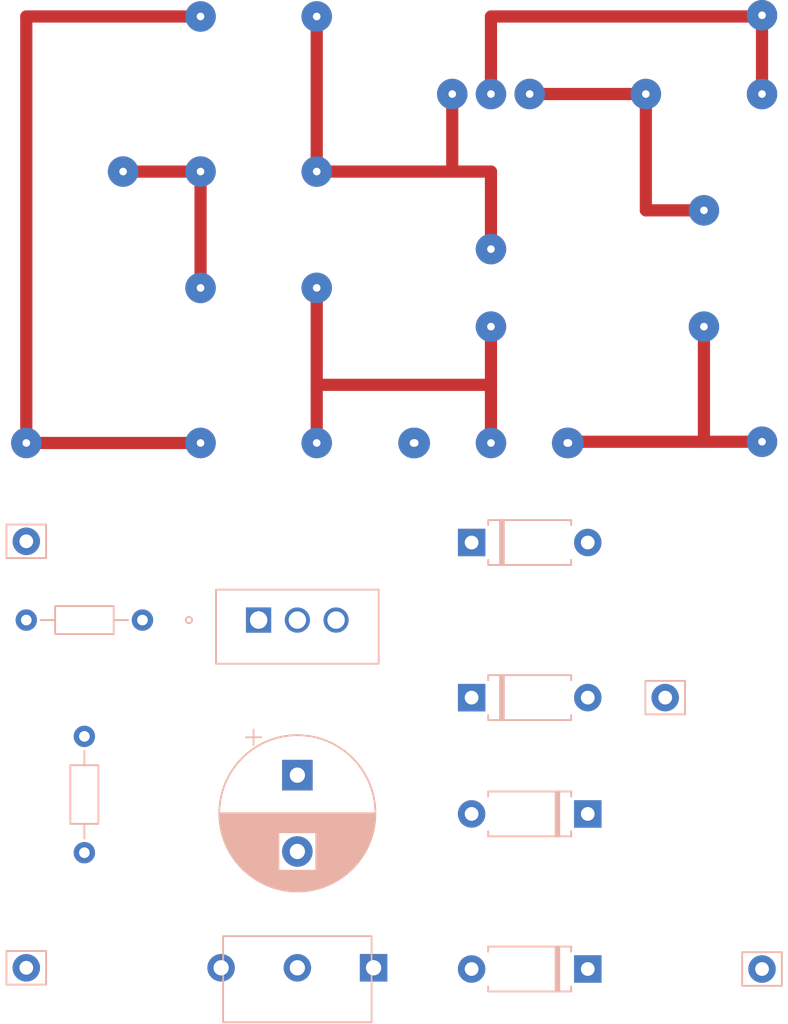
<source format=kicad_pcb>
(kicad_pcb (version 20221018) (generator pcbnew)
  (layers (0 "F.Cu" signal) (31 "B.Cu" signal) (34 "B.Paste" user) (35 "F.Paste" user) (36 "B.SilkS" user "B.Silkscreen") (37 "F.SilkS" user "F.Silkscreen") (38 "B.Mask" user) (39 "F.Mask" user) (44 "Edge.Cuts" user))
  (net 0 "")
  (footprint "" (layer "F.Cu") (at 34.29 17.78)
    (fp_text reference "" (at 0 0) (layer "F.SilkS") (effects (font (size 1.27 1.27))))
    (fp_text value "" (at 0 0) (layer "F.SilkS") (effects (font (size 1.27 1.27))))
    (pad "" thru_hole circle (at 0 0) (size 2 2) (drill 0.5) (layers "*.Cu" "*.Mask"))
  )
  (footprint "" (layer "F.Cu") (at 45.72 22.86)
    (fp_text reference "" (at 0 0) (layer "F.SilkS") (effects (font (size 1.27 1.27))))
    (fp_text value "" (at 0 0) (layer "F.SilkS") (effects (font (size 1.27 1.27))))
    (pad "" thru_hole circle (at 0 0) (size 2 2) (drill 0.5) (layers "*.Cu" "*.Mask"))
  )
  (footprint "" (layer "F.Cu") (at 48.26 22.86)
    (fp_text reference "" (at 0 0) (layer "F.SilkS") (effects (font (size 1.27 1.27))))
    (fp_text value "" (at 0 0) (layer "F.SilkS") (effects (font (size 1.27 1.27))))
    (pad "" thru_hole circle (at 0 0) (size 2 2) (drill 0.5) (layers "*.Cu" "*.Mask"))
  )
  (footprint "" (layer "F.Cu") (at 63.5 45.64)
    (fp_text reference "" (at 0 0) (layer "F.SilkS") (effects (font (size 1.27 1.27))))
    (fp_text value "" (at 0 0) (layer "F.SilkS") (effects (font (size 1.27 1.27))))
    (pad "" thru_hole circle (at 0 0) (size 2 2) (drill 0.5) (layers "*.Cu" "*.Mask"))
  )
  (footprint "" (layer "F.Cu") (at 45.72 45.72)
    (fp_text reference "" (at 0 0) (layer "F.SilkS") (effects (font (size 1.27 1.27))))
    (fp_text value "" (at 0 0) (layer "F.SilkS") (effects (font (size 1.27 1.27))))
    (pad "" thru_hole circle (at 0 0) (size 2 2) (drill 0.5) (layers "*.Cu" "*.Mask"))
  )
  (footprint "" (layer "F.Cu") (at 63.5 22.86)
    (fp_text reference "" (at 0 0) (layer "F.SilkS") (effects (font (size 1.27 1.27))))
    (fp_text value "" (at 0 0) (layer "F.SilkS") (effects (font (size 1.27 1.27))))
    (pad "" thru_hole circle (at 0 0) (size 2 2) (drill 0.5) (layers "*.Cu" "*.Mask"))
  )
  (footprint "" (layer "F.Cu") (at 50.8 45.72)
    (fp_text reference "" (at 0 0) (layer "F.SilkS") (effects (font (size 1.27 1.27))))
    (fp_text value "" (at 0 0) (layer "F.SilkS") (effects (font (size 1.27 1.27))))
    (pad "" thru_hole circle (at -0.08 0) (size 2 2) (drill 0.5) (layers "*.Cu" "*.Mask"))
  )
  (footprint "" (layer "F.Cu") (at 59.69 30.48)
    (fp_text reference "" (at 0 0) (layer "F.SilkS") (effects (font (size 1.27 1.27))))
    (fp_text value "" (at 0 0) (layer "F.SilkS") (effects (font (size 1.27 1.27))))
    (pad "" thru_hole circle (at 0 0) (size 2 2) (drill 0.5) (layers "*.Cu" "*.Mask"))
  )
  (footprint "" (layer "F.Cu") (at 34.29 45.72)
    (fp_text reference "" (at 0 0) (layer "F.SilkS") (effects (font (size 1.27 1.27))))
    (fp_text value "" (at 0 0) (layer "F.SilkS") (effects (font (size 1.27 1.27))))
    (pad "" thru_hole circle (at 0 0) (size 2 2) (drill 0.5) (layers "*.Cu" "*.Mask"))
  )
  (footprint "" (layer "F.Cu") (at 34.29 27.94)
    (fp_text reference "" (at 0 0) (layer "F.SilkS") (effects (font (size 1.27 1.27))))
    (fp_text value "" (at 0 0) (layer "F.SilkS") (effects (font (size 1.27 1.27))))
    (pad "" thru_hole circle (at 0 0) (size 2 2) (drill 0.5) (layers "*.Cu" "*.Mask"))
  )
  (footprint "" (layer "F.Cu") (at 26.67 17.78)
    (fp_text reference "" (at 0 0) (layer "F.SilkS") (effects (font (size 1.27 1.27))))
    (fp_text value "" (at 0 0) (layer "F.SilkS") (effects (font (size 1.27 1.27))))
    (pad "" thru_hole circle (at 0 0) (size 2 2) (drill 0.5) (layers "*.Cu" "*.Mask"))
  )
  (footprint "" (layer "F.Cu") (at 26.67 35.56)
    (fp_text reference "" (at 0 0) (layer "F.SilkS") (effects (font (size 1.27 1.27))))
    (fp_text value "" (at 0 0) (layer "F.SilkS") (effects (font (size 1.27 1.27))))
    (pad "" thru_hole circle (at 0 0) (size 2 2) (drill 0.5) (layers "*.Cu" "*.Mask"))
  )
  (footprint "" (layer "F.Cu") (at 34.29 35.56)
    (fp_text reference "" (at 0 0) (layer "F.SilkS") (effects (font (size 1.27 1.27))))
    (fp_text value "" (at 0 0) (layer "F.SilkS") (effects (font (size 1.27 1.27))))
    (pad "" thru_hole circle (at 0 0) (size 2 2) (drill 0.5) (layers "*.Cu" "*.Mask"))
  )
  (footprint "" (layer "F.Cu") (at 50.8 45.72)
    (fp_text reference "" (at 0 0) (layer "F.SilkS") (effects (font (size 1.27 1.27))))
    (fp_text value "" (at 0 0) (layer "F.SilkS") (effects (font (size 1.27 1.27))))
    (pad "" thru_hole circle (at 0 0) (size 2 2) (drill 0.5) (layers "*.Cu" "*.Mask"))
  )
  (footprint "" (layer "F.Cu") (at 63.5 17.7)
    (fp_text reference "" (at 0 0) (layer "F.SilkS") (effects (font (size 1.27 1.27))))
    (fp_text value "" (at 0 0) (layer "F.SilkS") (effects (font (size 1.27 1.27))))
    (pad "" thru_hole circle (at 0 0) (size 2 2) (drill 0.5) (layers "*.Cu" "*.Mask"))
  )
  (footprint "" (layer "F.Cu") (at 45.72 38.1)
    (fp_text reference "" (at 0 0) (layer "F.SilkS") (effects (font (size 1.27 1.27))))
    (fp_text value "" (at 0 0) (layer "F.SilkS") (effects (font (size 1.27 1.27))))
    (pad "" thru_hole circle (at 0 0) (size 2 2) (drill 0.5) (layers "*.Cu" "*.Mask"))
  )
  (footprint "" (layer "F.Cu") (at 15.24 45.72)
    (fp_text reference "" (at 0 0) (layer "F.SilkS") (effects (font (size 1.27 1.27))))
    (fp_text value "" (at 0 0) (layer "F.SilkS") (effects (font (size 1.27 1.27))))
    (pad "" thru_hole circle (at 0 0) (size 2 2) (drill 0.5) (layers "*.Cu" "*.Mask"))
  )
  (footprint "" (layer "F.Cu") (at 59.69 38.1)
    (fp_text reference "" (at 0 0) (layer "F.SilkS") (effects (font (size 1.27 1.27))))
    (fp_text value "" (at 0 0) (layer "F.SilkS") (effects (font (size 1.27 1.27))))
    (pad "" thru_hole circle (at 0 0) (size 2 2) (drill 0.5) (layers "*.Cu" "*.Mask"))
  )
  (footprint "" (layer "F.Cu") (at 26.67 45.72)
    (fp_text reference "" (at 0 0) (layer "F.SilkS") (effects (font (size 1.27 1.27))))
    (fp_text value "" (at 0 0) (layer "F.SilkS") (effects (font (size 1.27 1.27))))
    (pad "" thru_hole circle (at 0 0) (size 2 2) (drill 0.5) (layers "*.Cu" "*.Mask"))
  )
  (footprint "" (layer "F.Cu") (at 45.72 33.02)
    (fp_text reference "" (at 0 0) (layer "F.SilkS") (effects (font (size 1.27 1.27))))
    (fp_text value "" (at 0 0) (layer "F.SilkS") (effects (font (size 1.27 1.27))))
    (pad "" thru_hole circle (at 0 0) (size 2 2) (drill 0.5) (layers "*.Cu" "*.Mask"))
  )
  (footprint "" (layer "F.Cu") (at 40.64 45.72)
    (fp_text reference "" (at 0 0) (layer "F.SilkS") (effects (font (size 1.27 1.27))))
    (fp_text value "" (at 0 0) (layer "F.SilkS") (effects (font (size 1.27 1.27))))
    (pad "" thru_hole circle (at 0.08 0) (size 2 2) (drill 0.5) (layers "*.Cu" "*.Mask"))
  )
  (footprint "" (layer "F.Cu") (at 43.18 22.86)
    (fp_text reference "" (at 0 0) (layer "F.SilkS") (effects (font (size 1.27 1.27))))
    (fp_text value "" (at 0 0) (layer "F.SilkS") (effects (font (size 1.27 1.27))))
    (pad "" thru_hole circle (at 0 0) (size 2 2) (drill 0.5) (layers "*.Cu" "*.Mask"))
  )
  (footprint "" (layer "F.Cu") (at 21.59 27.94)
    (fp_text reference "" (at 0 0) (layer "F.SilkS") (effects (font (size 1.27 1.27))))
    (fp_text value "" (at 0 0) (layer "F.SilkS") (effects (font (size 1.27 1.27))))
    (pad "" thru_hole circle (at 0 0) (size 2 2) (drill 0.5) (layers "*.Cu" "*.Mask"))
  )
  (footprint "" (layer "F.Cu") (at 26.67 27.94)
    (fp_text reference "" (at 0 0) (layer "F.SilkS") (effects (font (size 1.27 1.27))))
    (fp_text value "" (at 0 0) (layer "F.SilkS") (effects (font (size 1.27 1.27))))
    (pad "" thru_hole circle (at 0 0) (size 2 2) (drill 0.5) (layers "*.Cu" "*.Mask"))
  )
  (footprint "" (layer "F.Cu") (at 40.64 45.72)
    (fp_text reference "" (at 0 0) (layer "F.SilkS") (effects (font (size 1.27 1.27))))
    (fp_text value "" (at 0 0) (layer "F.SilkS") (effects (font (size 1.27 1.27))))
    (pad "" thru_hole circle (at 0 0) (size 2 2) (drill 0.5) (layers "*.Cu" "*.Mask"))
  )
  (footprint "" (layer "F.Cu") (at 55.88 22.86)
    (fp_text reference "" (at 0 0) (layer "F.SilkS") (effects (font (size 1.27 1.27))))
    (fp_text value "" (at 0 0) (layer "F.SilkS") (effects (font (size 1.27 1.27))))
    (pad "" thru_hole circle (at 0 0) (size 2 2) (drill 0.5) (layers "*.Cu" "*.Mask"))
  )
  (footprint "Connector_Pin:Pin_D0.9mm_L10.0mm_W2.4mm_FlatFork" (layer "B.Cu") (at 15.24 80.102323 180)
    (fp_text reference "REF**" hide)
    (fp_text value "Pin_D0.9mm_L10.0mm_W2.4mm_FlatFork" hide)
    (fp_line (start -1.3 -1.1) (end 1.3 -1.1) (stroke (width 0.12)) (layer "B.SilkS"))
    (fp_line (start -1.3 -0.6) (end -1.3 -1.1) (stroke (width 0.12)) (layer "B.SilkS"))
    (fp_line (start -1.3 1.1) (end -1.3 -0.6) (stroke (width 0.12)) (layer "B.SilkS"))
    (fp_line (start 1.3 -1.1) (end 1.3 1.1) (stroke (width 0.12)) (layer "B.SilkS"))
    (fp_line (start 1.3 1.1) (end -1.3 1.1) (stroke (width 0.12)) (layer "B.SilkS"))
    (pad "1" thru_hole circle (at 0 0 180) (size 1.8 1.8) (drill 0.9) (layers "*.Cu" "*.Mask"))
  )
  (footprint "Diode_THT:D_A-405_P7.62mm_Horizontal" (layer "B.Cu") (at 52.07 80.182323 180)
    (fp_text reference "REF**" hide)
    (fp_text value "D_A-405_P7.62mm_Horizontal" hide)
    (fp_line (start 1.09 -1.47) (end 6.53 -1.47) (stroke (width 0.12)) (layer "B.SilkS"))
    (fp_line (start 1.09 -1.14) (end 1.09 -1.47) (stroke (width 0.12)) (layer "B.SilkS"))
    (fp_line (start 1.09 1.14) (end 1.09 1.47) (stroke (width 0.12)) (layer "B.SilkS"))
    (fp_line (start 1.09 1.47) (end 6.53 1.47) (stroke (width 0.12)) (layer "B.SilkS"))
    (fp_line (start 1.87 1.47) (end 1.87 -1.47) (stroke (width 0.12)) (layer "B.SilkS"))
    (fp_line (start 1.99 1.47) (end 1.99 -1.47) (stroke (width 0.12)) (layer "B.SilkS"))
    (fp_line (start 2.11 1.47) (end 2.11 -1.47) (stroke (width 0.12)) (layer "B.SilkS"))
    (fp_line (start 6.53 -1.47) (end 6.53 -1.14) (stroke (width 0.12)) (layer "B.SilkS"))
    (fp_line (start 6.53 1.47) (end 6.53 1.14) (stroke (width 0.12)) (layer "B.SilkS"))
    (pad "1" thru_hole rect (at 0 0 180) (size 1.8 1.8) (drill 0.9) (layers "*.Cu" "*.Mask"))
    (pad "2" thru_hole oval (at 7.62 0 180) (size 1.8 1.8) (drill 0.9) (layers "*.Cu" "*.Mask"))
  )
  (footprint "Connector_Pin:Pin_D0.9mm_L10.0mm_W2.4mm_FlatFork" (layer "B.Cu") (at 57.15 62.402323 180)
    (fp_text reference "REF**" hide)
    (fp_text value "Pin_D0.9mm_L10.0mm_W2.4mm_FlatFork" hide)
    (fp_line (start -1.3 -1.1) (end 1.3 -1.1) (stroke (width 0.12)) (layer "B.SilkS"))
    (fp_line (start -1.3 -0.6) (end -1.3 -1.1) (stroke (width 0.12)) (layer "B.SilkS"))
    (fp_line (start -1.3 1.1) (end -1.3 -0.6) (stroke (width 0.12)) (layer "B.SilkS"))
    (fp_line (start 1.3 -1.1) (end 1.3 1.1) (stroke (width 0.12)) (layer "B.SilkS"))
    (fp_line (start 1.3 1.1) (end -1.3 1.1) (stroke (width 0.12)) (layer "B.SilkS"))
    (pad "1" thru_hole circle (at 0 0 180) (size 1.8 1.8) (drill 0.9) (layers "*.Cu" "*.Mask"))
  )
  (footprint "Connector_Pin:Pin_D0.9mm_L10.0mm_W2.4mm_FlatFork" (layer "B.Cu") (at 63.5 80.182323 180)
    (fp_text reference "REF**" hide)
    (fp_text value "Pin_D0.9mm_L10.0mm_W2.4mm_FlatFork" hide)
    (fp_line (start -1.3 -1.1) (end 1.3 -1.1) (stroke (width 0.12)) (layer "B.SilkS"))
    (fp_line (start -1.3 -0.6) (end -1.3 -1.1) (stroke (width 0.12)) (layer "B.SilkS"))
    (fp_line (start -1.3 1.1) (end -1.3 -0.6) (stroke (width 0.12)) (layer "B.SilkS"))
    (fp_line (start 1.3 -1.1) (end 1.3 1.1) (stroke (width 0.12)) (layer "B.SilkS"))
    (fp_line (start 1.3 1.1) (end -1.3 1.1) (stroke (width 0.12)) (layer "B.SilkS"))
    (pad "1" thru_hole circle (at 0 0 180) (size 1.8 1.8) (drill 0.9) (layers "*.Cu" "*.Mask"))
  )
  (footprint "Diode_THT:D_A-405_P7.62mm_Horizontal" (layer "B.Cu") (at 44.45 62.402323)
    (fp_text reference "REF**" hide)
    (fp_text value "D_A-405_P7.62mm_Horizontal" hide)
    (fp_line (start 1.09 -1.47) (end 6.53 -1.47) (stroke (width 0.12)) (layer "B.SilkS"))
    (fp_line (start 1.09 -1.14) (end 1.09 -1.47) (stroke (width 0.12)) (layer "B.SilkS"))
    (fp_line (start 1.09 1.14) (end 1.09 1.47) (stroke (width 0.12)) (layer "B.SilkS"))
    (fp_line (start 1.09 1.47) (end 6.53 1.47) (stroke (width 0.12)) (layer "B.SilkS"))
    (fp_line (start 1.87 1.47) (end 1.87 -1.47) (stroke (width 0.12)) (layer "B.SilkS"))
    (fp_line (start 1.99 1.47) (end 1.99 -1.47) (stroke (width 0.12)) (layer "B.SilkS"))
    (fp_line (start 2.11 1.47) (end 2.11 -1.47) (stroke (width 0.12)) (layer "B.SilkS"))
    (fp_line (start 6.53 -1.47) (end 6.53 -1.14) (stroke (width 0.12)) (layer "B.SilkS"))
    (fp_line (start 6.53 1.47) (end 6.53 1.14) (stroke (width 0.12)) (layer "B.SilkS"))
    (pad "1" thru_hole rect (at 0 0) (size 1.8 1.8) (drill 0.9) (layers "*.Cu" "*.Mask"))
    (pad "2" thru_hole oval (at 7.62 0) (size 1.8 1.8) (drill 0.9) (layers "*.Cu" "*.Mask"))
  )
  (footprint "Potentiometer_THT:Potentiometer_Alps_RK09Y11_Single_Horizontal" (layer "B.Cu") (at 35.52 80.102323 90)
    (fp_text reference "REF**" hide)
    (fp_text value "Potentiometer_Alps_RK09Y11_Single_Horizontal" hide)
    (fp_line (start -3.57 -7.37) (end -3.57 2.37) (stroke (width 0.12)) (layer "B.SilkS"))
    (fp_line (start 2.071 -7.37) (end -3.57 -7.37) (stroke (width 0.12)) (layer "B.SilkS"))
    (fp_line (start 2.071 -7.37) (end 2.071 2.37) (stroke (width 0.12)) (layer "B.SilkS"))
    (fp_line (start 2.071 2.37) (end -3.57 2.37) (stroke (width 0.12)) (layer "B.SilkS"))
    (pad "1" thru_hole rect (at 0 2.5 270) (size 1.8 1.8) (drill 1) (layers "*.Cu" "*.Mask"))
    (pad "2" thru_hole circle (at 0 -2.5 270) (size 1.8 1.8) (drill 1) (layers "*.Cu" "*.Mask"))
    (pad "3" thru_hole circle (at 0 -7.5 270) (size 1.8 1.8) (drill 1) (layers "*.Cu" "*.Mask"))
  )
  (footprint "Diode_THT:D_A-405_P7.62mm_Horizontal" (layer "B.Cu") (at 52.07 70.022323 180)
    (fp_text reference "REF**" hide)
    (fp_text value "D_A-405_P7.62mm_Horizontal" hide)
    (fp_line (start 1.09 -1.47) (end 6.53 -1.47) (stroke (width 0.12)) (layer "B.SilkS"))
    (fp_line (start 1.09 -1.14) (end 1.09 -1.47) (stroke (width 0.12)) (layer "B.SilkS"))
    (fp_line (start 1.09 1.14) (end 1.09 1.47) (stroke (width 0.12)) (layer "B.SilkS"))
    (fp_line (start 1.09 1.47) (end 6.53 1.47) (stroke (width 0.12)) (layer "B.SilkS"))
    (fp_line (start 1.87 1.47) (end 1.87 -1.47) (stroke (width 0.12)) (layer "B.SilkS"))
    (fp_line (start 1.99 1.47) (end 1.99 -1.47) (stroke (width 0.12)) (layer "B.SilkS"))
    (fp_line (start 2.11 1.47) (end 2.11 -1.47) (stroke (width 0.12)) (layer "B.SilkS"))
    (fp_line (start 6.53 -1.47) (end 6.53 -1.14) (stroke (width 0.12)) (layer "B.SilkS"))
    (fp_line (start 6.53 1.47) (end 6.53 1.14) (stroke (width 0.12)) (layer "B.SilkS"))
    (pad "1" thru_hole rect (at 0 0 180) (size 1.8 1.8) (drill 0.9) (layers "*.Cu" "*.Mask"))
    (pad "2" thru_hole oval (at 7.62 0 180) (size 1.8 1.8) (drill 0.9) (layers "*.Cu" "*.Mask"))
  )
  (footprint "Resistor_THT:R_Axial_DIN0204_L3.6mm_D1.6mm_P7.62mm_Horizontal" (layer "B.Cu") (at 19.05 72.562323 90)
    (fp_text reference "REF**" hide)
    (fp_text value "R_Axial_DIN0204_L3.6mm_D1.6mm_P7.62mm_Horizontal" hide)
    (fp_line (start 0.94 0) (end 1.89 0) (stroke (width 0.12)) (layer "B.SilkS"))
    (fp_line (start 1.89 -0.92) (end 5.73 -0.92) (stroke (width 0.12)) (layer "B.SilkS"))
    (fp_line (start 1.89 0.92) (end 1.89 -0.92) (stroke (width 0.12)) (layer "B.SilkS"))
    (fp_line (start 5.73 -0.92) (end 5.73 0.92) (stroke (width 0.12)) (layer "B.SilkS"))
    (fp_line (start 5.73 0.92) (end 1.89 0.92) (stroke (width 0.12)) (layer "B.SilkS"))
    (fp_line (start 6.68 0) (end 5.73 0) (stroke (width 0.12)) (layer "B.SilkS"))
    (pad "1" thru_hole circle (at 0 0 90) (size 1.4 1.4) (drill 0.7) (layers "*.Cu" "*.Mask"))
    (pad "2" thru_hole oval (at 7.62 0 90) (size 1.4 1.4) (drill 0.7) (layers "*.Cu" "*.Mask"))
  )
  (footprint "footprints:LM317T" (layer "B.Cu") (at 30.48 57.322323)
    (fp_text reference "REF**" hide)
    (fp_text value "TO-220_STM" hide)
    (fp_text user "*" (at 0 0) (layer "B.SilkS") (effects (justify mirror)))
    (fp_line (start -2.794 -1.9939) (end 7.874 -1.9939) (stroke (width 0.12)) (layer "B.SilkS"))
    (fp_line (start -2.794 2.8575) (end -2.794 -1.9939) (stroke (width 0.12)) (layer "B.SilkS"))
    (fp_line (start 7.874 -1.9939) (end 7.874 2.8575) (stroke (width 0.12)) (layer "B.SilkS"))
    (fp_line (start 7.874 2.8575) (end -2.794 2.8575) (stroke (width 0.12)) (layer "B.SilkS"))
    (fp_circle (center -4.572 0) (end -4.3688 0) (stroke (width 0.12)) (fill none) (layer "B.SilkS"))
    (pad "1" thru_hole rect (at 0 0) (size 1.651 1.651) (drill 1.143) (layers "*.Cu" "*.Mask"))
    (pad "2" thru_hole circle (at 2.54 0) (size 1.651 1.651) (drill 1.143) (layers "*.Cu" "*.Mask"))
    (pad "3" thru_hole circle (at 5.08 0) (size 1.651 1.651) (drill 1.143) (layers "*.Cu" "*.Mask"))
  )
  (footprint "Capacitor_THT:CP_Radial_D10.0mm_P5.00mm" (layer "B.Cu") (at 33.02 67.482323 -90)
    (fp_text reference "REF**" hide)
    (fp_text value "CP_Radial_D10.0mm_P5.00mm" hide)
    (fp_line (start -2.979646 2.875) (end -1.979646 2.875) (stroke (width 0.12)) (layer "B.SilkS"))
    (fp_line (start -2.479646 3.375) (end -2.479646 2.375) (stroke (width 0.12)) (layer "B.SilkS"))
    (fp_line (start 2.5 5.08) (end 2.5 -5.08) (stroke (width 0.12)) (layer "B.SilkS"))
    (fp_line (start 2.54 5.08) (end 2.54 -5.08) (stroke (width 0.12)) (layer "B.SilkS"))
    (fp_line (start 2.58 5.08) (end 2.58 -5.08) (stroke (width 0.12)) (layer "B.SilkS"))
    (fp_line (start 2.62 5.079) (end 2.62 -5.079) (stroke (width 0.12)) (layer "B.SilkS"))
    (fp_line (start 2.66 5.078) (end 2.66 -5.078) (stroke (width 0.12)) (layer "B.SilkS"))
    (fp_line (start 2.7 5.077) (end 2.7 -5.077) (stroke (width 0.12)) (layer "B.SilkS"))
    (fp_line (start 2.74 5.075) (end 2.74 -5.075) (stroke (width 0.12)) (layer "B.SilkS"))
    (fp_line (start 2.78 5.073) (end 2.78 -5.073) (stroke (width 0.12)) (layer "B.SilkS"))
    (fp_line (start 2.82 5.07) (end 2.82 -5.07) (stroke (width 0.12)) (layer "B.SilkS"))
    (fp_line (start 2.86 5.068) (end 2.86 -5.068) (stroke (width 0.12)) (layer "B.SilkS"))
    (fp_line (start 2.9 5.065) (end 2.9 -5.065) (stroke (width 0.12)) (layer "B.SilkS"))
    (fp_line (start 2.94 5.062) (end 2.94 -5.062) (stroke (width 0.12)) (layer "B.SilkS"))
    (fp_line (start 2.98 5.058) (end 2.98 -5.058) (stroke (width 0.12)) (layer "B.SilkS"))
    (fp_line (start 3.02 5.054) (end 3.02 -5.054) (stroke (width 0.12)) (layer "B.SilkS"))
    (fp_line (start 3.06 5.05) (end 3.06 -5.05) (stroke (width 0.12)) (layer "B.SilkS"))
    (fp_line (start 3.1 5.045) (end 3.1 -5.045) (stroke (width 0.12)) (layer "B.SilkS"))
    (fp_line (start 3.14 5.04) (end 3.14 -5.04) (stroke (width 0.12)) (layer "B.SilkS"))
    (fp_line (start 3.18 5.035) (end 3.18 -5.035) (stroke (width 0.12)) (layer "B.SilkS"))
    (fp_line (start 3.221 5.03) (end 3.221 -5.03) (stroke (width 0.12)) (layer "B.SilkS"))
    (fp_line (start 3.261 5.024) (end 3.261 -5.024) (stroke (width 0.12)) (layer "B.SilkS"))
    (fp_line (start 3.301 5.018) (end 3.301 -5.018) (stroke (width 0.12)) (layer "B.SilkS"))
    (fp_line (start 3.341 5.011) (end 3.341 -5.011) (stroke (width 0.12)) (layer "B.SilkS"))
    (fp_line (start 3.381 5.004) (end 3.381 -5.004) (stroke (width 0.12)) (layer "B.SilkS"))
    (fp_line (start 3.421 4.997) (end 3.421 -4.997) (stroke (width 0.12)) (layer "B.SilkS"))
    (fp_line (start 3.461 4.99) (end 3.461 -4.99) (stroke (width 0.12)) (layer "B.SilkS"))
    (fp_line (start 3.501 4.982) (end 3.501 -4.982) (stroke (width 0.12)) (layer "B.SilkS"))
    (fp_line (start 3.541 4.974) (end 3.541 -4.974) (stroke (width 0.12)) (layer "B.SilkS"))
    (fp_line (start 3.581 4.965) (end 3.581 -4.965) (stroke (width 0.12)) (layer "B.SilkS"))
    (fp_line (start 3.621 4.956) (end 3.621 -4.956) (stroke (width 0.12)) (layer "B.SilkS"))
    (fp_line (start 3.661 4.947) (end 3.661 -4.947) (stroke (width 0.12)) (layer "B.SilkS"))
    (fp_line (start 3.701 4.938) (end 3.701 -4.938) (stroke (width 0.12)) (layer "B.SilkS"))
    (fp_line (start 3.741 4.928) (end 3.741 -4.928) (stroke (width 0.12)) (layer "B.SilkS"))
    (fp_line (start 3.781 -1.241) (end 3.781 -4.918) (stroke (width 0.12)) (layer "B.SilkS"))
    (fp_line (start 3.781 4.918) (end 3.781 1.241) (stroke (width 0.12)) (layer "B.SilkS"))
    (fp_line (start 3.821 -1.241) (end 3.821 -4.907) (stroke (width 0.12)) (layer "B.SilkS"))
    (fp_line (start 3.821 4.907) (end 3.821 1.241) (stroke (width 0.12)) (layer "B.SilkS"))
    (fp_line (start 3.861 -1.241) (end 3.861 -4.897) (stroke (width 0.12)) (layer "B.SilkS"))
    (fp_line (start 3.861 4.897) (end 3.861 1.241) (stroke (width 0.12)) (layer "B.SilkS"))
    (fp_line (start 3.901 -1.241) (end 3.901 -4.885) (stroke (width 0.12)) (layer "B.SilkS"))
    (fp_line (start 3.901 4.885) (end 3.901 1.241) (stroke (width 0.12)) (layer "B.SilkS"))
    (fp_line (start 3.941 -1.241) (end 3.941 -4.874) (stroke (width 0.12)) (layer "B.SilkS"))
    (fp_line (start 3.941 4.874) (end 3.941 1.241) (stroke (width 0.12)) (layer "B.SilkS"))
    (fp_line (start 3.981 -1.241) (end 3.981 -4.862) (stroke (width 0.12)) (layer "B.SilkS"))
    (fp_line (start 3.981 4.862) (end 3.981 1.241) (stroke (width 0.12)) (layer "B.SilkS"))
    (fp_line (start 4.021 -1.241) (end 4.021 -4.85) (stroke (width 0.12)) (layer "B.SilkS"))
    (fp_line (start 4.021 4.85) (end 4.021 1.241) (stroke (width 0.12)) (layer "B.SilkS"))
    (fp_line (start 4.061 -1.241) (end 4.061 -4.837) (stroke (width 0.12)) (layer "B.SilkS"))
    (fp_line (start 4.061 4.837) (end 4.061 1.241) (stroke (width 0.12)) (layer "B.SilkS"))
    (fp_line (start 4.101 -1.241) (end 4.101 -4.824) (stroke (width 0.12)) (layer "B.SilkS"))
    (fp_line (start 4.101 4.824) (end 4.101 1.241) (stroke (width 0.12)) (layer "B.SilkS"))
    (fp_line (start 4.141 -1.241) (end 4.141 -4.811) (stroke (width 0.12)) (layer "B.SilkS"))
    (fp_line (start 4.141 4.811) (end 4.141 1.241) (stroke (width 0.12)) (layer "B.SilkS"))
    (fp_line (start 4.181 -1.241) (end 4.181 -4.797) (stroke (width 0.12)) (layer "B.SilkS"))
    (fp_line (start 4.181 4.797) (end 4.181 1.241) (stroke (width 0.12)) (layer "B.SilkS"))
    (fp_line (start 4.221 -1.241) (end 4.221 -4.783) (stroke (width 0.12)) (layer "B.SilkS"))
    (fp_line (start 4.221 4.783) (end 4.221 1.241) (stroke (width 0.12)) (layer "B.SilkS"))
    (fp_line (start 4.261 -1.241) (end 4.261 -4.768) (stroke (width 0.12)) (layer "B.SilkS"))
    (fp_line (start 4.261 4.768) (end 4.261 1.241) (stroke (width 0.12)) (layer "B.SilkS"))
    (fp_line (start 4.301 -1.241) (end 4.301 -4.754) (stroke (width 0.12)) (layer "B.SilkS"))
    (fp_line (start 4.301 4.754) (end 4.301 1.241) (stroke (width 0.12)) (layer "B.SilkS"))
    (fp_line (start 4.341 -1.241) (end 4.341 -4.738) (stroke (width 0.12)) (layer "B.SilkS"))
    (fp_line (start 4.341 4.738) (end 4.341 1.241) (stroke (width 0.12)) (layer "B.SilkS"))
    (fp_line (start 4.381 -1.241) (end 4.381 -4.723) (stroke (width 0.12)) (layer "B.SilkS"))
    (fp_line (start 4.381 4.723) (end 4.381 1.241) (stroke (width 0.12)) (layer "B.SilkS"))
    (fp_line (start 4.421 -1.241) (end 4.421 -4.707) (stroke (width 0.12)) (layer "B.SilkS"))
    (fp_line (start 4.421 4.707) (end 4.421 1.241) (stroke (width 0.12)) (layer "B.SilkS"))
    (fp_line (start 4.461 -1.241) (end 4.461 -4.69) (stroke (width 0.12)) (layer "B.SilkS"))
    (fp_line (start 4.461 4.69) (end 4.461 1.241) (stroke (width 0.12)) (layer "B.SilkS"))
    (fp_line (start 4.501 -1.241) (end 4.501 -4.674) (stroke (width 0.12)) (layer "B.SilkS"))
    (fp_line (start 4.501 4.674) (end 4.501 1.241) (stroke (width 0.12)) (layer "B.SilkS"))
    (fp_line (start 4.541 -1.241) (end 4.541 -4.657) (stroke (width 0.12)) (layer "B.SilkS"))
    (fp_line (start 4.541 4.657) (end 4.541 1.241) (stroke (width 0.12)) (layer "B.SilkS"))
    (fp_line (start 4.581 -1.241) (end 4.581 -4.639) (stroke (width 0.12)) (layer "B.SilkS"))
    (fp_line (start 4.581 4.639) (end 4.581 1.241) (stroke (width 0.12)) (layer "B.SilkS"))
    (fp_line (start 4.621 -1.241) (end 4.621 -4.621) (stroke (width 0.12)) (layer "B.SilkS"))
    (fp_line (start 4.621 4.621) (end 4.621 1.241) (stroke (width 0.12)) (layer "B.SilkS"))
    (fp_line (start 4.661 -1.241) (end 4.661 -4.603) (stroke (width 0.12)) (layer "B.SilkS"))
    (fp_line (start 4.661 4.603) (end 4.661 1.241) (stroke (width 0.12)) (layer "B.SilkS"))
    (fp_line (start 4.701 -1.241) (end 4.701 -4.584) (stroke (width 0.12)) (layer "B.SilkS"))
    (fp_line (start 4.701 4.584) (end 4.701 1.241) (stroke (width 0.12)) (layer "B.SilkS"))
    (fp_line (start 4.741 -1.241) (end 4.741 -4.564) (stroke (width 0.12)) (layer "B.SilkS"))
    (fp_line (start 4.741 4.564) (end 4.741 1.241) (stroke (width 0.12)) (layer "B.SilkS"))
    (fp_line (start 4.781 -1.241) (end 4.781 -4.545) (stroke (width 0.12)) (layer "B.SilkS"))
    (fp_line (start 4.781 4.545) (end 4.781 1.241) (stroke (width 0.12)) (layer "B.SilkS"))
    (fp_line (start 4.821 -1.241) (end 4.821 -4.525) (stroke (width 0.12)) (layer "B.SilkS"))
    (fp_line (start 4.821 4.525) (end 4.821 1.241) (stroke (width 0.12)) (layer "B.SilkS"))
    (fp_line (start 4.861 -1.241) (end 4.861 -4.504) (stroke (width 0.12)) (layer "B.SilkS"))
    (fp_line (start 4.861 4.504) (end 4.861 1.241) (stroke (width 0.12)) (layer "B.SilkS"))
    (fp_line (start 4.901 -1.241) (end 4.901 -4.483) (stroke (width 0.12)) (layer "B.SilkS"))
    (fp_line (start 4.901 4.483) (end 4.901 1.241) (stroke (width 0.12)) (layer "B.SilkS"))
    (fp_line (start 4.941 -1.241) (end 4.941 -4.462) (stroke (width 0.12)) (layer "B.SilkS"))
    (fp_line (start 4.941 4.462) (end 4.941 1.241) (stroke (width 0.12)) (layer "B.SilkS"))
    (fp_line (start 4.981 -1.241) (end 4.981 -4.44) (stroke (width 0.12)) (layer "B.SilkS"))
    (fp_line (start 4.981 4.44) (end 4.981 1.241) (stroke (width 0.12)) (layer "B.SilkS"))
    (fp_line (start 5.021 -1.241) (end 5.021 -4.417) (stroke (width 0.12)) (layer "B.SilkS"))
    (fp_line (start 5.021 4.417) (end 5.021 1.241) (stroke (width 0.12)) (layer "B.SilkS"))
    (fp_line (start 5.061 -1.241) (end 5.061 -4.395) (stroke (width 0.12)) (layer "B.SilkS"))
    (fp_line (start 5.061 4.395) (end 5.061 1.241) (stroke (width 0.12)) (layer "B.SilkS"))
    (fp_line (start 5.101 -1.241) (end 5.101 -4.371) (stroke (width 0.12)) (layer "B.SilkS"))
    (fp_line (start 5.101 4.371) (end 5.101 1.241) (stroke (width 0.12)) (layer "B.SilkS"))
    (fp_line (start 5.141 -1.241) (end 5.141 -4.347) (stroke (width 0.12)) (layer "B.SilkS"))
    (fp_line (start 5.141 4.347) (end 5.141 1.241) (stroke (width 0.12)) (layer "B.SilkS"))
    (fp_line (start 5.181 -1.241) (end 5.181 -4.323) (stroke (width 0.12)) (layer "B.SilkS"))
    (fp_line (start 5.181 4.323) (end 5.181 1.241) (stroke (width 0.12)) (layer "B.SilkS"))
    (fp_line (start 5.221 -1.241) (end 5.221 -4.298) (stroke (width 0.12)) (layer "B.SilkS"))
    (fp_line (start 5.221 4.298) (end 5.221 1.241) (stroke (width 0.12)) (layer "B.SilkS"))
    (fp_line (start 5.261 -1.241) (end 5.261 -4.273) (stroke (width 0.12)) (layer "B.SilkS"))
    (fp_line (start 5.261 4.273) (end 5.261 1.241) (stroke (width 0.12)) (layer "B.SilkS"))
    (fp_line (start 5.301 -1.241) (end 5.301 -4.247) (stroke (width 0.12)) (layer "B.SilkS"))
    (fp_line (start 5.301 4.247) (end 5.301 1.241) (stroke (width 0.12)) (layer "B.SilkS"))
    (fp_line (start 5.341 -1.241) (end 5.341 -4.221) (stroke (width 0.12)) (layer "B.SilkS"))
    (fp_line (start 5.341 4.221) (end 5.341 1.241) (stroke (width 0.12)) (layer "B.SilkS"))
    (fp_line (start 5.381 -1.241) (end 5.381 -4.194) (stroke (width 0.12)) (layer "B.SilkS"))
    (fp_line (start 5.381 4.194) (end 5.381 1.241) (stroke (width 0.12)) (layer "B.SilkS"))
    (fp_line (start 5.421 -1.241) (end 5.421 -4.166) (stroke (width 0.12)) (layer "B.SilkS"))
    (fp_line (start 5.421 4.166) (end 5.421 1.241) (stroke (width 0.12)) (layer "B.SilkS"))
    (fp_line (start 5.461 -1.241) (end 5.461 -4.138) (stroke (width 0.12)) (layer "B.SilkS"))
    (fp_line (start 5.461 4.138) (end 5.461 1.241) (stroke (width 0.12)) (layer "B.SilkS"))
    (fp_line (start 5.501 -1.241) (end 5.501 -4.11) (stroke (width 0.12)) (layer "B.SilkS"))
    (fp_line (start 5.501 4.11) (end 5.501 1.241) (stroke (width 0.12)) (layer "B.SilkS"))
    (fp_line (start 5.541 -1.241) (end 5.541 -4.08) (stroke (width 0.12)) (layer "B.SilkS"))
    (fp_line (start 5.541 4.08) (end 5.541 1.241) (stroke (width 0.12)) (layer "B.SilkS"))
    (fp_line (start 5.581 -1.241) (end 5.581 -4.05) (stroke (width 0.12)) (layer "B.SilkS"))
    (fp_line (start 5.581 4.05) (end 5.581 1.241) (stroke (width 0.12)) (layer "B.SilkS"))
    (fp_line (start 5.621 -1.241) (end 5.621 -4.02) (stroke (width 0.12)) (layer "B.SilkS"))
    (fp_line (start 5.621 4.02) (end 5.621 1.241) (stroke (width 0.12)) (layer "B.SilkS"))
    (fp_line (start 5.661 -1.241) (end 5.661 -3.989) (stroke (width 0.12)) (layer "B.SilkS"))
    (fp_line (start 5.661 3.989) (end 5.661 1.241) (stroke (width 0.12)) (layer "B.SilkS"))
    (fp_line (start 5.701 -1.241) (end 5.701 -3.957) (stroke (width 0.12)) (layer "B.SilkS"))
    (fp_line (start 5.701 3.957) (end 5.701 1.241) (stroke (width 0.12)) (layer "B.SilkS"))
    (fp_line (start 5.741 -1.241) (end 5.741 -3.925) (stroke (width 0.12)) (layer "B.SilkS"))
    (fp_line (start 5.741 3.925) (end 5.741 1.241) (stroke (width 0.12)) (layer "B.SilkS"))
    (fp_line (start 5.781 -1.241) (end 5.781 -3.892) (stroke (width 0.12)) (layer "B.SilkS"))
    (fp_line (start 5.781 3.892) (end 5.781 1.241) (stroke (width 0.12)) (layer "B.SilkS"))
    (fp_line (start 5.821 -1.241) (end 5.821 -3.858) (stroke (width 0.12)) (layer "B.SilkS"))
    (fp_line (start 5.821 3.858) (end 5.821 1.241) (stroke (width 0.12)) (layer "B.SilkS"))
    (fp_line (start 5.861 -1.241) (end 5.861 -3.824) (stroke (width 0.12)) (layer "B.SilkS"))
    (fp_line (start 5.861 3.824) (end 5.861 1.241) (stroke (width 0.12)) (layer "B.SilkS"))
    (fp_line (start 5.901 -1.241) (end 5.901 -3.789) (stroke (width 0.12)) (layer "B.SilkS"))
    (fp_line (start 5.901 3.789) (end 5.901 1.241) (stroke (width 0.12)) (layer "B.SilkS"))
    (fp_line (start 5.941 -1.241) (end 5.941 -3.753) (stroke (width 0.12)) (layer "B.SilkS"))
    (fp_line (start 5.941 3.753) (end 5.941 1.241) (stroke (width 0.12)) (layer "B.SilkS"))
    (fp_line (start 5.981 -1.241) (end 5.981 -3.716) (stroke (width 0.12)) (layer "B.SilkS"))
    (fp_line (start 5.981 3.716) (end 5.981 1.241) (stroke (width 0.12)) (layer "B.SilkS"))
    (fp_line (start 6.021 -1.241) (end 6.021 -3.679) (stroke (width 0.12)) (layer "B.SilkS"))
    (fp_line (start 6.021 3.679) (end 6.021 1.241) (stroke (width 0.12)) (layer "B.SilkS"))
    (fp_line (start 6.061 -1.241) (end 6.061 -3.64) (stroke (width 0.12)) (layer "B.SilkS"))
    (fp_line (start 6.061 3.64) (end 6.061 1.241) (stroke (width 0.12)) (layer "B.SilkS"))
    (fp_line (start 6.101 -1.241) (end 6.101 -3.601) (stroke (width 0.12)) (layer "B.SilkS"))
    (fp_line (start 6.101 3.601) (end 6.101 1.241) (stroke (width 0.12)) (layer "B.SilkS"))
    (fp_line (start 6.141 -1.241) (end 6.141 -3.561) (stroke (width 0.12)) (layer "B.SilkS"))
    (fp_line (start 6.141 3.561) (end 6.141 1.241) (stroke (width 0.12)) (layer "B.SilkS"))
    (fp_line (start 6.181 -1.241) (end 6.181 -3.52) (stroke (width 0.12)) (layer "B.SilkS"))
    (fp_line (start 6.181 3.52) (end 6.181 1.241) (stroke (width 0.12)) (layer "B.SilkS"))
    (fp_line (start 6.221 -1.241) (end 6.221 -3.478) (stroke (width 0.12)) (layer "B.SilkS"))
    (fp_line (start 6.221 3.478) (end 6.221 1.241) (stroke (width 0.12)) (layer "B.SilkS"))
    (fp_line (start 6.261 3.436) (end 6.261 -3.436) (stroke (width 0.12)) (layer "B.SilkS"))
    (fp_line (start 6.301 3.392) (end 6.301 -3.392) (stroke (width 0.12)) (layer "B.SilkS"))
    (fp_line (start 6.341 3.347) (end 6.341 -3.347) (stroke (width 0.12)) (layer "B.SilkS"))
    (fp_line (start 6.381 3.301) (end 6.381 -3.301) (stroke (width 0.12)) (layer "B.SilkS"))
    (fp_line (start 6.421 3.254) (end 6.421 -3.254) (stroke (width 0.12)) (layer "B.SilkS"))
    (fp_line (start 6.461 3.206) (end 6.461 -3.206) (stroke (width 0.12)) (layer "B.SilkS"))
    (fp_line (start 6.501 3.156) (end 6.501 -3.156) (stroke (width 0.12)) (layer "B.SilkS"))
    (fp_line (start 6.541 3.106) (end 6.541 -3.106) (stroke (width 0.12)) (layer "B.SilkS"))
    (fp_line (start 6.581 3.054) (end 6.581 -3.054) (stroke (width 0.12)) (layer "B.SilkS"))
    (fp_line (start 6.621 3) (end 6.621 -3) (stroke (width 0.12)) (layer "B.SilkS"))
    (fp_line (start 6.661 2.945) (end 6.661 -2.945) (stroke (width 0.12)) (layer "B.SilkS"))
    (fp_line (start 6.701 2.889) (end 6.701 -2.889) (stroke (width 0.12)) (layer "B.SilkS"))
    (fp_line (start 6.741 2.83) (end 6.741 -2.83) (stroke (width 0.12)) (layer "B.SilkS"))
    (fp_line (start 6.781 2.77) (end 6.781 -2.77) (stroke (width 0.12)) (layer "B.SilkS"))
    (fp_line (start 6.821 2.709) (end 6.821 -2.709) (stroke (width 0.12)) (layer "B.SilkS"))
    (fp_line (start 6.861 2.645) (end 6.861 -2.645) (stroke (width 0.12)) (layer "B.SilkS"))
    (fp_line (start 6.901 2.579) (end 6.901 -2.579) (stroke (width 0.12)) (layer "B.SilkS"))
    (fp_line (start 6.941 2.51) (end 6.941 -2.51) (stroke (width 0.12)) (layer "B.SilkS"))
    (fp_line (start 6.981 2.439) (end 6.981 -2.439) (stroke (width 0.12)) (layer "B.SilkS"))
    (fp_line (start 7.021 2.365) (end 7.021 -2.365) (stroke (width 0.12)) (layer "B.SilkS"))
    (fp_line (start 7.061 2.289) (end 7.061 -2.289) (stroke (width 0.12)) (layer "B.SilkS"))
    (fp_line (start 7.101 2.209) (end 7.101 -2.209) (stroke (width 0.12)) (layer "B.SilkS"))
    (fp_line (start 7.141 2.125) (end 7.141 -2.125) (stroke (width 0.12)) (layer "B.SilkS"))
    (fp_line (start 7.181 2.037) (end 7.181 -2.037) (stroke (width 0.12)) (layer "B.SilkS"))
    (fp_line (start 7.221 1.944) (end 7.221 -1.944) (stroke (width 0.12)) (layer "B.SilkS"))
    (fp_line (start 7.261 1.846) (end 7.261 -1.846) (stroke (width 0.12)) (layer "B.SilkS"))
    (fp_line (start 7.301 1.742) (end 7.301 -1.742) (stroke (width 0.12)) (layer "B.SilkS"))
    (fp_line (start 7.341 1.63) (end 7.341 -1.63) (stroke (width 0.12)) (layer "B.SilkS"))
    (fp_line (start 7.381 1.51) (end 7.381 -1.51) (stroke (width 0.12)) (layer "B.SilkS"))
    (fp_line (start 7.421 1.378) (end 7.421 -1.378) (stroke (width 0.12)) (layer "B.SilkS"))
    (fp_line (start 7.461 1.23) (end 7.461 -1.23) (stroke (width 0.12)) (layer "B.SilkS"))
    (fp_line (start 7.501 1.062) (end 7.501 -1.062) (stroke (width 0.12)) (layer "B.SilkS"))
    (fp_line (start 7.541 0.862) (end 7.541 -0.862) (stroke (width 0.12)) (layer "B.SilkS"))
    (fp_line (start 7.581 0.599) (end 7.581 -0.599) (stroke (width 0.12)) (layer "B.SilkS"))
    (fp_circle (center 2.5 0) (end 7.62 0) (stroke (width 0.12)) (fill none) (layer "B.SilkS"))
    (pad "1" thru_hole rect (at 0 0 270) (size 2 2) (drill 1) (layers "*.Cu" "*.Mask"))
    (pad "2" thru_hole circle (at 5 0 270) (size 2 2) (drill 1) (layers "*.Cu" "*.Mask"))
  )
  (footprint "Diode_THT:D_A-405_P7.62mm_Horizontal" (layer "B.Cu") (at 44.45 52.242323)
    (fp_text reference "REF**" hide)
    (fp_text value "D_A-405_P7.62mm_Horizontal" hide)
    (fp_line (start 1.09 -1.47) (end 6.53 -1.47) (stroke (width 0.12)) (layer "B.SilkS"))
    (fp_line (start 1.09 -1.14) (end 1.09 -1.47) (stroke (width 0.12)) (layer "B.SilkS"))
    (fp_line (start 1.09 1.14) (end 1.09 1.47) (stroke (width 0.12)) (layer "B.SilkS"))
    (fp_line (start 1.09 1.47) (end 6.53 1.47) (stroke (width 0.12)) (layer "B.SilkS"))
    (fp_line (start 1.87 1.47) (end 1.87 -1.47) (stroke (width 0.12)) (layer "B.SilkS"))
    (fp_line (start 1.99 1.47) (end 1.99 -1.47) (stroke (width 0.12)) (layer "B.SilkS"))
    (fp_line (start 2.11 1.47) (end 2.11 -1.47) (stroke (width 0.12)) (layer "B.SilkS"))
    (fp_line (start 6.53 -1.47) (end 6.53 -1.14) (stroke (width 0.12)) (layer "B.SilkS"))
    (fp_line (start 6.53 1.47) (end 6.53 1.14) (stroke (width 0.12)) (layer "B.SilkS"))
    (pad "1" thru_hole rect (at 0 0) (size 1.8 1.8) (drill 0.9) (layers "*.Cu" "*.Mask"))
    (pad "2" thru_hole oval (at 7.62 0) (size 1.8 1.8) (drill 0.9) (layers "*.Cu" "*.Mask"))
  )
  (footprint "Resistor_THT:R_Axial_DIN0204_L3.6mm_D1.6mm_P7.62mm_Horizontal" (layer "B.Cu") (at 15.24 57.322323)
    (fp_text reference "REF**" hide)
    (fp_text value "R_Axial_DIN0204_L3.6mm_D1.6mm_P7.62mm_Horizontal" hide)
    (fp_line (start 0.94 0) (end 1.89 0) (stroke (width 0.12)) (layer "B.SilkS"))
    (fp_line (start 1.89 -0.92) (end 5.73 -0.92) (stroke (width 0.12)) (layer "B.SilkS"))
    (fp_line (start 1.89 0.92) (end 1.89 -0.92) (stroke (width 0.12)) (layer "B.SilkS"))
    (fp_line (start 5.73 -0.92) (end 5.73 0.92) (stroke (width 0.12)) (layer "B.SilkS"))
    (fp_line (start 5.73 0.92) (end 1.89 0.92) (stroke (width 0.12)) (layer "B.SilkS"))
    (fp_line (start 6.68 0) (end 5.73 0) (stroke (width 0.12)) (layer "B.SilkS"))
    (pad "1" thru_hole circle (at 0 0) (size 1.4 1.4) (drill 0.7) (layers "*.Cu" "*.Mask"))
    (pad "2" thru_hole oval (at 7.62 0) (size 1.4 1.4) (drill 0.7) (layers "*.Cu" "*.Mask"))
  )
  (footprint "Connector_Pin:Pin_D0.9mm_L10.0mm_W2.4mm_FlatFork" (layer "B.Cu") (at 15.24 52.162323 180)
    (fp_text reference "REF**" hide)
    (fp_text value "Pin_D0.9mm_L10.0mm_W2.4mm_FlatFork" hide)
    (fp_line (start -1.3 -1.1) (end 1.3 -1.1) (stroke (width 0.12)) (layer "B.SilkS"))
    (fp_line (start -1.3 -0.6) (end -1.3 -1.1) (stroke (width 0.12)) (layer "B.SilkS"))
    (fp_line (start -1.3 1.1) (end -1.3 -0.6) (stroke (width 0.12)) (layer "B.SilkS"))
    (fp_line (start 1.3 -1.1) (end 1.3 1.1) (stroke (width 0.12)) (layer "B.SilkS"))
    (fp_line (start 1.3 1.1) (end -1.3 1.1) (stroke (width 0.12)) (layer "B.SilkS"))
    (pad "1" thru_hole circle (at 0 0 180) (size 1.8 1.8) (drill 0.9) (layers "*.Cu" "*.Mask"))
  )
  (segment (start 55.88 30.48) (end 55.88 22.86) (width 0.8) (layer "F.Cu") (net 0))
  (segment (start 45.72 27.94) (end 45.72 33.02) (width 0.8) (layer "F.Cu") (net 0))
  (segment (start 34.29 27.94) (end 34.29 17.78) (width 0.8) (layer "F.Cu") (net 0))
  (segment (start 45.72 17.78) (end 45.72 22.86) (width 0.8) (layer "F.Cu") (net 0))
  (segment (start 63.5 22.86) (end 63.5 17.7) (width 0.8) (layer "F.Cu") (net 0))
  (segment (start 43.18 22.86) (end 43.18 27.94) (width 0.8) (layer "F.Cu") (net 0))
  (segment (start 63.42 17.78) (end 45.72 17.78) (width 0.8) (layer "F.Cu") (net 0))
  (segment (start 45.72 41.91) (end 45.72 45.64) (width 0.8) (layer "F.Cu") (net 0))
  (segment (start 34.29 45.72) (end 34.29 35.56) (width 0.8) (layer "F.Cu") (net 0))
  (segment (start 63.5 45.64) (end 50.72 45.64) (width 0.8) (layer "F.Cu") (net 0))
  (segment (start 45.72 41.91) (end 34.29 41.91) (width 0.8) (layer "F.Cu") (net 0))
  (segment (start 34.29 27.94) (end 45.72 27.94) (width 0.8) (layer "F.Cu") (net 0))
  (segment (start 59.69 38.1) (end 59.69 45.64) (width 0.8) (layer "F.Cu") (net 0))
  (segment (start 26.67 27.94) (end 21.59 27.94) (width 0.8) (layer "F.Cu") (net 0))
  (segment (start 15.24 45.72) (end 26.67 45.72) (width 0.8) (layer "F.Cu") (net 0))
  (segment (start 45.72 38.02) (end 45.72 41.91) (width 0.8) (layer "F.Cu") (net 0))
  (segment (start 48.26 22.86) (end 55.88 22.86) (width 0.8) (layer "F.Cu") (net 0))
  (segment (start 26.67 17.78) (end 15.24 17.78) (width 0.8) (layer "F.Cu") (net 0))
  (segment (start 15.24 17.78) (end 15.24 45.72) (width 0.8) (layer "F.Cu") (net 0))
  (segment (start 59.69 30.48) (end 55.88 30.48) (width 0.8) (layer "F.Cu") (net 0))
  (segment (start 26.67 35.56) (end 26.67 27.94) (width 0.8) (layer "F.Cu") (net 0))
  (segment (start 63.5 17.7) (end 63.42 17.78) (width 0.8) (layer "F.Cu") (net 0))
)
</source>
